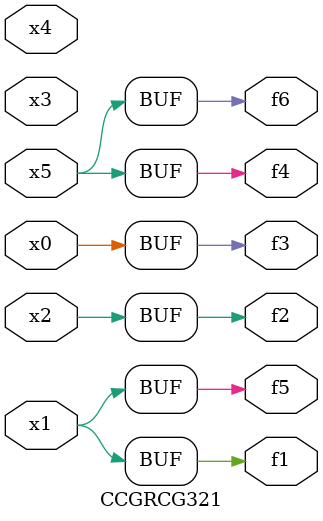
<source format=v>
module CCGRCG321(
	input x0, x1, x2, x3, x4, x5,
	output f1, f2, f3, f4, f5, f6
);
	assign f1 = x1;
	assign f2 = x2;
	assign f3 = x0;
	assign f4 = x5;
	assign f5 = x1;
	assign f6 = x5;
endmodule

</source>
